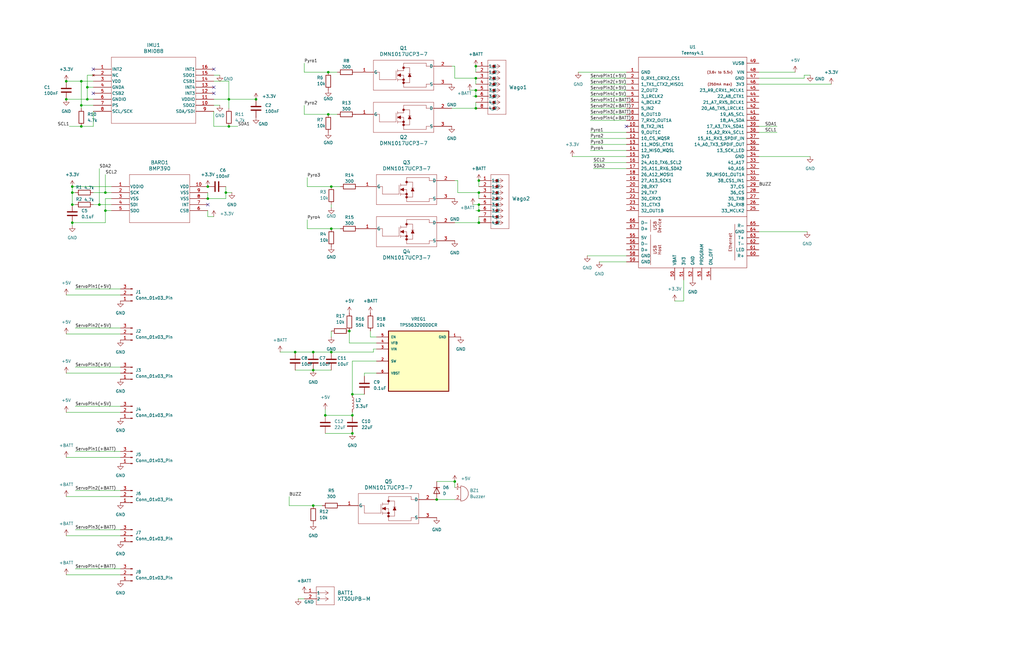
<source format=kicad_sch>
(kicad_sch (version 20250114) (generator "eeschema") (generator_version "9.0")
  (paper "B")
  (junction (at 201.93 93.98))
  (junction (at 201.93 81.28))
  (junction (at 200.66 40.64))
  (junction (at 184.15 210.82))
  (junction (at 27.94 41.91))
  (junction (at 87.63 83.82))
  (junction (at 191.77 203.2))
  (junction (at 30.48 78.74))
  (junction (at 27.94 34.29))
  (junction (at 138.43 30.48))
  (junction (at 200.66 33.02))
  (junction (at 148.59 175.26))
  (junction (at 139.7 96.52))
  (junction (at 139.7 78.74))
  (junction (at 96.52 41.91))
  (junction (at 201.93 88.9))
  (junction (at 96.52 53.34))
  (junction (at 132.08 156.21))
  (junction (at 34.29 44.45))
  (junction (at 201.93 86.36))
  (junction (at 147.32 139.7))
  (junction (at 200.66 27.94))
  (junction (at 132.08 213.36))
  (junction (at 30.48 81.28))
  (junction (at 87.63 78.74))
  (junction (at 41.91 86.36))
  (junction (at 30.48 93.98))
  (junction (at 124.46 148.59))
  (junction (at 148.59 182.88))
  (junction (at 36.83 41.91))
  (junction (at 138.43 48.26))
  (junction (at 200.66 45.72))
  (junction (at 148.59 166.37))
  (junction (at 200.66 38.1))
  (junction (at 137.16 175.26))
  (junction (at 36.83 36.83))
  (junction (at 132.08 148.59))
  (junction (at 44.45 88.9))
  (junction (at 34.29 34.29))
  (junction (at 139.7 148.59))
  (junction (at 44.45 81.28))
  (junction (at 34.29 53.34))
  (junction (at 107.95 41.91))
  (junction (at 30.48 86.36))
  (junction (at 95.25 81.28))
  (junction (at 201.93 76.2))
  (no_connect (at 90.17 29.21))
  (no_connect (at 39.37 39.37))
  (no_connect (at 39.37 29.21))
  (no_connect (at 87.63 86.36))
  (no_connect (at 90.17 39.37))
  (no_connect (at 90.17 36.83))
  (no_connect (at 264.16 53.34))
  (wire (pts (xy 327.66 53.34) (xy 320.04 53.34)))
  (wire (pts (xy 30.48 95.25) (xy 30.48 93.98)))
  (wire (pts (xy 27.94 124.46) (xy 50.8 124.46)))
  (wire (pts (xy 248.92 58.42) (xy 264.16 58.42)))
  (wire (pts (xy 339.09 31.75) (xy 341.63 31.75)))
  (wire (pts (xy 191.77 93.98) (xy 201.93 93.98)))
  (wire (pts (xy 46.99 83.82) (xy 44.45 83.82)))
  (wire (pts (xy 201.93 91.44) (xy 201.93 93.98)))
  (wire (pts (xy 190.5 45.72) (xy 200.66 45.72)))
  (wire (pts (xy 132.08 156.21) (xy 139.7 156.21)))
  (wire (pts (xy 157.48 147.32) (xy 158.75 147.32)))
  (wire (pts (xy 90.17 41.91) (xy 96.52 41.91)))
  (wire (pts (xy 95.25 83.82) (xy 87.63 83.82)))
  (wire (pts (xy 27.94 34.29) (xy 34.29 34.29)))
  (wire (pts (xy 148.59 166.37) (xy 153.67 166.37)))
  (wire (pts (xy 31.75 171.45) (xy 50.8 171.45)))
  (wire (pts (xy 191.77 203.2) (xy 191.77 205.74)))
  (wire (pts (xy 339.09 33.02) (xy 320.04 33.02)))
  (wire (pts (xy 250.19 71.12) (xy 264.16 71.12)))
  (wire (pts (xy 320.04 55.88) (xy 327.66 55.88)))
  (wire (pts (xy 199.39 40.64) (xy 200.66 40.64)))
  (wire (pts (xy 200.66 27.94) (xy 200.66 30.48)))
  (wire (pts (xy 121.92 213.36) (xy 132.08 213.36)))
  (wire (pts (xy 31.75 190.5) (xy 50.8 190.5)))
  (wire (pts (xy 248.92 50.8) (xy 264.16 50.8)))
  (wire (pts (xy 128.27 30.48) (xy 138.43 30.48)))
  (wire (pts (xy 128.27 48.26) (xy 138.43 48.26)))
  (wire (pts (xy 31.75 154.94) (xy 50.8 154.94)))
  (wire (pts (xy 200.66 88.9) (xy 201.93 88.9)))
  (wire (pts (xy 201.93 86.36) (xy 201.93 88.9)))
  (wire (pts (xy 288.29 127) (xy 284.48 127)))
  (wire (pts (xy 118.11 148.59) (xy 124.46 148.59)))
  (wire (pts (xy 129.54 96.52) (xy 139.7 96.52)))
  (wire (pts (xy 128.27 26.67) (xy 128.27 30.48)))
  (wire (pts (xy 41.91 86.36) (xy 41.91 71.12)))
  (wire (pts (xy 96.52 41.91) (xy 107.95 41.91)))
  (wire (pts (xy 252.73 110.49) (xy 264.16 110.49)))
  (wire (pts (xy 248.92 55.88) (xy 264.16 55.88)))
  (wire (pts (xy 121.92 209.55) (xy 121.92 213.36)))
  (wire (pts (xy 95.25 81.28) (xy 95.25 83.82)))
  (wire (pts (xy 138.43 48.26) (xy 142.24 48.26)))
  (wire (pts (xy 27.94 193.04) (xy 50.8 193.04)))
  (wire (pts (xy 39.37 81.28) (xy 44.45 81.28)))
  (wire (pts (xy 248.92 63.5) (xy 264.16 63.5)))
  (wire (pts (xy 29.21 53.34) (xy 34.29 53.34)))
  (wire (pts (xy 27.94 226.06) (xy 50.8 226.06)))
  (wire (pts (xy 31.75 138.43) (xy 50.8 138.43)))
  (wire (pts (xy 90.17 91.44) (xy 87.63 91.44)))
  (wire (pts (xy 200.66 38.1) (xy 200.66 40.64)))
  (wire (pts (xy 201.93 81.28) (xy 201.93 83.82)))
  (wire (pts (xy 132.08 148.59) (xy 139.7 148.59)))
  (wire (pts (xy 36.83 36.83) (xy 39.37 36.83)))
  (wire (pts (xy 34.29 45.72) (xy 34.29 44.45)))
  (wire (pts (xy 320.04 97.79) (xy 340.36 97.79)))
  (wire (pts (xy 44.45 81.28) (xy 46.99 81.28)))
  (wire (pts (xy 191.77 76.2) (xy 193.04 76.2)))
  (wire (pts (xy 199.39 86.36) (xy 201.93 86.36)))
  (wire (pts (xy 193.04 81.28) (xy 201.93 81.28)))
  (wire (pts (xy 193.04 76.2) (xy 193.04 81.28)))
  (wire (pts (xy 248.92 45.72) (xy 264.16 45.72)))
  (wire (pts (xy 39.37 86.36) (xy 41.91 86.36)))
  (wire (pts (xy 156.21 142.24) (xy 156.21 139.7)))
  (wire (pts (xy 184.15 210.82) (xy 191.77 210.82)))
  (wire (pts (xy 139.7 96.52) (xy 143.51 96.52)))
  (wire (pts (xy 243.84 30.48) (xy 264.16 30.48)))
  (wire (pts (xy 34.29 53.34) (xy 39.37 53.34)))
  (wire (pts (xy 320.04 66.04) (xy 341.63 66.04)))
  (wire (pts (xy 320.04 35.56) (xy 350.52 35.56)))
  (wire (pts (xy 200.66 33.02) (xy 200.66 35.56)))
  (wire (pts (xy 27.94 173.99) (xy 50.8 173.99)))
  (wire (pts (xy 148.59 175.26) (xy 137.16 175.26)))
  (wire (pts (xy 44.45 88.9) (xy 46.99 88.9)))
  (wire (pts (xy 96.52 53.34) (xy 100.33 53.34)))
  (wire (pts (xy 124.46 156.21) (xy 132.08 156.21)))
  (wire (pts (xy 139.7 142.24) (xy 139.7 139.7)))
  (wire (pts (xy 158.75 152.4) (xy 148.59 152.4)))
  (wire (pts (xy 96.52 34.29) (xy 90.17 34.29)))
  (wire (pts (xy 30.48 78.74) (xy 30.48 81.28)))
  (wire (pts (xy 27.94 157.48) (xy 50.8 157.48)))
  (wire (pts (xy 27.94 242.57) (xy 50.8 242.57)))
  (wire (pts (xy 339.09 31.75) (xy 339.09 33.02)))
  (wire (pts (xy 190.5 27.94) (xy 191.77 27.94)))
  (wire (pts (xy 147.32 144.78) (xy 147.32 139.7)))
  (wire (pts (xy 36.83 36.83) (xy 36.83 41.91)))
  (wire (pts (xy 39.37 53.34) (xy 39.37 46.99)))
  (wire (pts (xy 241.3 66.04) (xy 264.16 66.04)))
  (wire (pts (xy 95.25 78.74) (xy 95.25 81.28)))
  (wire (pts (xy 137.16 182.88) (xy 148.59 182.88)))
  (wire (pts (xy 31.75 223.52) (xy 50.8 223.52)))
  (wire (pts (xy 148.59 152.4) (xy 148.59 166.37)))
  (wire (pts (xy 129.54 78.74) (xy 139.7 78.74)))
  (wire (pts (xy 36.83 31.75) (xy 36.83 36.83)))
  (wire (pts (xy 248.92 35.56) (xy 264.16 35.56)))
  (wire (pts (xy 30.48 86.36) (xy 31.75 86.36)))
  (wire (pts (xy 248.92 48.26) (xy 264.16 48.26)))
  (wire (pts (xy 248.92 60.96) (xy 264.16 60.96)))
  (wire (pts (xy 87.63 91.44) (xy 87.63 88.9)))
  (wire (pts (xy 92.71 44.45) (xy 90.17 44.45)))
  (wire (pts (xy 200.66 43.18) (xy 200.66 45.72)))
  (wire (pts (xy 129.54 74.93) (xy 129.54 78.74)))
  (wire (pts (xy 248.92 43.18) (xy 264.16 43.18)))
  (wire (pts (xy 158.75 142.24) (xy 156.21 142.24)))
  (wire (pts (xy 248.92 33.02) (xy 264.16 33.02)))
  (wire (pts (xy 132.08 213.36) (xy 135.89 213.36)))
  (wire (pts (xy 124.46 148.59) (xy 132.08 148.59)))
  (wire (pts (xy 158.75 144.78) (xy 147.32 144.78)))
  (wire (pts (xy 138.43 30.48) (xy 142.24 30.48)))
  (wire (pts (xy 44.45 88.9) (xy 44.45 93.98)))
  (wire (pts (xy 31.75 240.03) (xy 50.8 240.03)))
  (wire (pts (xy 191.77 33.02) (xy 200.66 33.02)))
  (wire (pts (xy 139.7 78.74) (xy 143.51 78.74)))
  (wire (pts (xy 90.17 31.75) (xy 92.71 31.75)))
  (wire (pts (xy 248.92 40.64) (xy 264.16 40.64)))
  (wire (pts (xy 44.45 93.98) (xy 30.48 93.98)))
  (wire (pts (xy 96.52 45.72) (xy 96.52 41.91)))
  (wire (pts (xy 157.48 148.59) (xy 139.7 148.59)))
  (wire (pts (xy 250.19 68.58) (xy 264.16 68.58)))
  (wire (pts (xy 129.54 92.71) (xy 129.54 96.52)))
  (wire (pts (xy 198.12 38.1) (xy 200.66 38.1)))
  (wire (pts (xy 34.29 44.45) (xy 39.37 44.45)))
  (wire (pts (xy 30.48 81.28) (xy 31.75 81.28)))
  (wire (pts (xy 34.29 34.29) (xy 39.37 34.29)))
  (wire (pts (xy 153.67 157.48) (xy 153.67 158.75)))
  (wire (pts (xy 97.79 81.28) (xy 95.25 81.28)))
  (wire (pts (xy 31.75 207.01) (xy 50.8 207.01)))
  (wire (pts (xy 31.75 121.92) (xy 50.8 121.92)))
  (wire (pts (xy 87.63 81.28) (xy 87.63 83.82)))
  (wire (pts (xy 157.48 147.32) (xy 157.48 148.59)))
  (wire (pts (xy 288.29 118.11) (xy 288.29 127)))
  (wire (pts (xy 248.92 38.1) (xy 264.16 38.1)))
  (wire (pts (xy 41.91 86.36) (xy 46.99 86.36)))
  (wire (pts (xy 201.93 76.2) (xy 201.93 78.74)))
  (wire (pts (xy 125.73 252.73) (xy 128.27 252.73)))
  (wire (pts (xy 139.7 87.63) (xy 139.7 86.36)))
  (wire (pts (xy 90.17 53.34) (xy 90.17 46.99)))
  (wire (pts (xy 27.94 209.55) (xy 50.8 209.55)))
  (wire (pts (xy 96.52 34.29) (xy 96.52 41.91)))
  (wire (pts (xy 46.99 78.74) (xy 30.48 78.74)))
  (wire (pts (xy 128.27 44.45) (xy 128.27 48.26)))
  (wire (pts (xy 44.45 73.66) (xy 44.45 81.28)))
  (wire (pts (xy 39.37 31.75) (xy 36.83 31.75)))
  (wire (pts (xy 137.16 175.26) (xy 137.16 172.72)))
  (wire (pts (xy 27.94 140.97) (xy 50.8 140.97)))
  (wire (pts (xy 44.45 83.82) (xy 44.45 88.9)))
  (wire (pts (xy 247.65 107.95) (xy 264.16 107.95)))
  (wire (pts (xy 27.94 41.91) (xy 36.83 41.91)))
  (wire (pts (xy 90.17 53.34) (xy 96.52 53.34)))
  (wire (pts (xy 184.15 203.2) (xy 191.77 203.2)))
  (wire (pts (xy 34.29 44.45) (xy 34.29 34.29)))
  (wire (pts (xy 153.67 157.48) (xy 158.75 157.48)))
  (wire (pts (xy 36.83 41.91) (xy 39.37 41.91)))
  (wire (pts (xy 148.59 175.26) (xy 148.59 173.99)))
  (wire (pts (xy 191.77 27.94) (xy 191.77 33.02)))
  (wire (pts (xy 30.48 81.28) (xy 30.48 86.36)))
  (wire (pts (xy 320.04 30.48) (xy 335.28 30.48)))
  (label "ServoPin1(+5V)" (at 248.92 33.02 0))
  (label "ServoPin4(+BATT)" (at 31.75 240.03 0))
  (label "SDA2" (at 41.91 71.12 0))
  (label "Pyro4" (at 129.54 92.71 0))
  (label "ServoPin4(+BATT)" (at 248.92 50.8 0))
  (label "ServoPin4(+5V)" (at 31.75 171.45 0))
  (label "ServoPin1(+BATT)" (at 248.92 43.18 0))
  (label "SDA1" (at 100.33 53.34 0))
  (label "Pyro4" (at 248.92 63.5 0))
  (label "SCL1" (at 322.58 55.88 0))
  (label "ServoPin2(+5V)" (at 248.92 35.56 0))
  (label "SDA2" (at 250.19 71.12 0))
  (label "ServoPin2(+BATT)" (at 248.92 45.72 0))
  (label "SDA1" (at 322.58 53.34 0))
  (label "Pyro2" (at 128.27 44.45 0))
  (label "SCL2" (at 44.45 73.66 0))
  (label "Pyro1" (at 128.27 26.67 0))
  (label "ServoPin4(+5V)" (at 248.92 40.64 0))
  (label "BUZZ" (at 320.04 78.74 0))
  (label "ServoPin3(+BATT)" (at 31.75 223.52 0))
  (label "ServoPin3(+5V)" (at 248.92 38.1 0))
  (label "Pyro3" (at 248.92 60.96 0))
  (label "SCL1" (at 29.21 53.34 180))
  (label "ServoPin2(+BATT)" (at 31.75 207.01 0))
  (label "ServoPin1(+5V)" (at 31.75 121.92 0))
  (label "BUZZ" (at 121.92 209.55 0))
  (label "ServoPin3(+BATT)" (at 248.92 48.26 0))
  (label "ServoPin1(+BATT)" (at 31.75 190.5 0))
  (label "Pyro1" (at 248.92 55.88 0))
  (label "Pyro3" (at 129.54 74.93 0))
  (label "ServoPin2(+5V)" (at 31.75 138.43 0))
  (label "SCL2" (at 250.19 68.58 0))
  (label "Pyro2" (at 248.92 58.42 0))
  (label "ServoPin3(+5V)" (at 31.75 154.94 0))
  (symbol (lib_id "Mosfet:DMN1017UCP3-7") (at 149.86 30.48 0) (unit 1)
    (property "Reference" "Q1" (at 170.18 20.32 0) (effects (font (size 1.524 1.524))))
    (property "Value" "DMN1017UCP3-7" (at 170.18 22.86 0) (effects (font (size 1.524 1.524))))
    (property "Footprint" "mosfet dmn:X3-DSN1010-3_DIO" (effects (hide yes)))
    (property "Datasheet" "DMN1017UCP3-7" (effects (hide yes)))
  )
  (symbol (lib_id "power:GND") (at 27.94 41.91 0) (unit 1)
    (property "Reference" "#PWR08" (effects (hide yes)))
    (property "Value" "GND" (at 27.94 46.99 0))
    (property "Description" "Power symbol creates a global label with name \"GND\" , ground" (effects (hide yes)))
  )
  (symbol (lib_id "TPS563200DDCR:TPS563200DDCR") (at 176.53 152.4 0) (unit 1)
    (property "Reference" "VREG1" (at 176.53 134.62 0))
    (property "Value" "TPS563200DDCR" (at 176.53 137.16 0))
    (property "Footprint" "TPS563200DDCR:TPS563200DDCR" (effects (hide yes)))
  )
  (symbol (lib_id "Device:R") (at 138.43 52.07 0) (unit 1)
    (property "Reference" "R7" (at 133.604 50.546 0) (effects (justify left)))
    (property "Value" "10k" (at 133.604 53.086 0) (effects (justify left)))
    (property "Footprint" "Resistor_SMD:R_0805_2012Metric" (effects (hide yes)))
    (property "Description" "Resistor" (effects (hide yes)))
  )
  (symbol (lib_id "Device:R") (at 138.43 34.29 0) (unit 1)
    (property "Reference" "R6" (at 133.604 32.766 0) (effects (justify left)))
    (property "Value" "10k" (at 133.604 35.306 0) (effects (justify left)))
    (property "Footprint" "Resistor_SMD:R_0805_2012Metric" (effects (hide yes)))
    (property "Description" "Resistor" (effects (hide yes)))
  )
  (symbol (lib_id "Device:R") (at 132.08 217.17 0) (unit 1)
    (property "Reference" "R12" (at 134.62 215.8999 0) (effects (justify left)))
    (property "Value" "10k" (at 134.62 218.4399 0) (effects (justify left)))
    (property "Footprint" "Resistor_SMD:R_0805_2012Metric" (effects (hide yes)))
    (property "Description" "Resistor" (effects (hide yes)))
  )
  (symbol (lib_id "Device:R") (at 147.32 135.89 180) (unit 1)
    (property "Reference" "R16" (at 149.86 134.6199 0) (effects (justify right)))
    (property "Value" "55k" (at 149.86 137.1599 0) (effects (justify right)))
    (property "Footprint" "Resistor_SMD:R_0805_2012Metric" (effects (hide yes)))
    (property "Description" "Resistor" (effects (hide yes)))
  )
  (symbol (lib_id "power:+BATT") (at 156.21 132.08 0) (unit 1)
    (property "Reference" "#PWR032" (effects (hide yes)))
    (property "Value" "+BATT" (at 156.21 127 0))
    (property "Description" "Power symbol creates a global label with name \"+BATT\"" (effects (hide yes)))
  )
  (symbol (lib_id "Device:C") (at 91.44 78.74 270) (unit 1)
    (property "Reference" "C6" (at 93.98 71.882 90))
    (property "Value" "100nF" (at 93.98 74.422 90))
    (property "Footprint" "Capacitor_SMD:C_0805_2012Metric" (effects (hide yes)))
    (property "Description" "Unpolarized capacitor" (effects (hide yes)))
  )
  (symbol (lib_id "BMP390:BMP390") (at 46.99 78.74 0) (unit 1)
    (property "Reference" "BARO1" (at 67.31 68.58 0) (effects (font (size 1.524 1.524))))
    (property "Value" "BMP390" (at 67.31 71.12 0) (effects (font (size 1.524 1.524))))
    (property "Footprint" "BMP390:10LGA_2X2X0p75_BOS" (effects (hide yes)))
    (property "Datasheet" "BMP390" (effects (hide yes)))
  )
  (symbol (lib_id "power:GND") (at 50.8 160.02 0) (unit 1)
    (property "Reference" "#PWR076" (effects (hide yes)))
    (property "Value" "GND" (at 50.8 165.1 0))
    (property "Description" "Power symbol creates a global label with name \"GND\" , ground" (effects (hide yes)))
  )
  (symbol (lib_id "power:+BATT") (at 200.66 27.94 0) (unit 1)
    (property "Reference" "#PWR025" (effects (hide yes)))
    (property "Value" "+BATT" (at 200.66 22.86 0))
    (property "Description" "Power symbol creates a global label with name \"+BATT\"" (effects (hide yes)))
  )
  (symbol (lib_id "power:GND") (at 191.77 101.6 0) (unit 1)
    (property "Reference" "#PWR020" (effects (hide yes)))
    (property "Value" "GND" (at 191.77 106.68 0))
    (property "Description" "Power symbol creates a global label with name \"GND\" , ground" (effects (hide yes)))
  )
  (symbol (lib_id "Connector:Conn_01x03_Pin") (at 55.88 124.46 180) (unit 1)
    (property "Reference" "J1" (at 57.15 123.1899 0) (effects (justify right)))
    (property "Value" "Conn_01x03_Pin" (at 57.15 125.7299 0) (effects (justify right)))
    (property "Footprint" "Connector_PinHeader_2.54mm:PinHeader_1x03_P2.54mm_Vertical" (effects (hide yes)))
    (property "Description" "Generic connector, single row, 01x03, script generated" (effects (hide yes)))
  )
  (symbol (lib_id "power:GND") (at 252.73 110.49 0) (unit 1)
    (property "Reference" "#PWR059" (effects (hide yes)))
    (property "Value" "GND" (at 252.73 115.57 0))
    (property "Description" "Power symbol creates a global label with name \"GND\" , ground" (effects (hide yes)))
  )
  (symbol (lib_id "power:GND") (at 50.8 195.58 0) (unit 1)
    (property "Reference" "#PWR082" (effects (hide yes)))
    (property "Value" "GND" (at 50.8 200.66 0))
    (property "Description" "Power symbol creates a global label with name \"GND\" , ground" (effects (hide yes)))
  )
  (symbol (lib_id "power:+3.3V") (at 107.95 41.91 0) (unit 1)
    (property "Reference" "#PWR023" (effects (hide yes)))
    (property "Value" "+3.3V" (at 110.49 40.6399 0) (effects (justify left)))
    (property "Description" "Power symbol creates a global label with name \"+3.3V\"" (effects (hide yes)))
  )
  (symbol (lib_id "Device:C") (at 148.59 179.07 180) (unit 1)
    (property "Reference" "C10" (at 152.4 177.7999 0) (effects (justify right)))
    (property "Value" "22uF" (at 152.4 180.3399 0) (effects (justify right)))
    (property "Footprint" "Capacitor_SMD:C_0805_2012Metric" (effects (hide yes)))
    (property "Description" "Unpolarized capacitor" (effects (hide yes)))
  )
  (symbol (lib_id "power:GND") (at 139.7 87.63 0) (unit 1)
    (property "Reference" "#PWR017" (effects (hide yes)))
    (property "Value" "GND" (at 139.7 91.186 0))
    (property "Description" "Power symbol creates a global label with name \"GND\" , ground" (effects (hide yes)))
  )
  (symbol (lib_id "power:GND") (at 243.84 30.48 0) (unit 1)
    (property "Reference" "#PWR050" (effects (hide yes)))
    (property "Value" "GND" (at 243.84 35.56 0))
    (property "Description" "Power symbol creates a global label with name \"GND\" , ground" (effects (hide yes)))
  )
  (symbol (lib_id "power:GND") (at 50.8 245.11 0) (unit 1)
    (property "Reference" "#PWR085" (effects (hide yes)))
    (property "Value" "GND" (at 50.8 250.19 0))
    (property "Description" "Power symbol creates a global label with name \"GND\" , ground" (effects (hide yes)))
  )
  (symbol (lib_id "power:GND") (at 191.77 83.82 0) (unit 1)
    (property "Reference" "#PWR019" (effects (hide yes)))
    (property "Value" "GND" (at 191.77 92.456 0))
    (property "Description" "Power symbol creates a global label with name \"GND\" , ground" (effects (hide yes)))
  )
  (symbol (lib_id "Mosfet:DMN1017UCP3-7") (at 151.13 96.52 0) (unit 1)
    (property "Reference" "Q4" (at 171.45 106.172 0) (effects (font (size 1.524 1.524))))
    (property "Value" "DMN1017UCP3-7" (at 171.45 108.712 0) (effects (font (size 1.524 1.524))))
    (property "Footprint" "mosfet dmn:X3-DSN1010-3_DIO" (effects (hide yes)))
    (property "Datasheet" "DMN1017UCP3-7" (effects (hide yes)))
  )
  (symbol (lib_id "Connector:Conn_01x03_Pin") (at 55.88 140.97 180) (unit 1)
    (property "Reference" "J2" (at 57.15 139.6999 0) (effects (justify right)))
    (property "Value" "Conn_01x03_Pin" (at 57.15 142.2399 0) (effects (justify right)))
    (property "Footprint" "Connector_PinHeader_2.54mm:PinHeader_1x03_P2.54mm_Vertical" (effects (hide yes)))
    (property "Description" "Generic connector, single row, 01x03, script generated" (effects (hide yes)))
  )
  (symbol (lib_id "Connector:Conn_01x03_Pin") (at 55.88 226.06 180) (unit 1)
    (property "Reference" "J7" (at 57.15 224.7899 0) (effects (justify right)))
    (property "Value" "Conn_01x03_Pin" (at 57.15 227.3299 0) (effects (justify right)))
    (property "Footprint" "Connector_PinHeader_2.54mm:PinHeader_1x03_P2.54mm_Vertical" (effects (hide yes)))
    (property "Description" "Generic connector, single row, 01x03, script generated" (effects (hide yes)))
  )
  (symbol (lib_id "Device:R") (at 147.32 96.52 90) (unit 1)
    (property "Reference" "R15" (at 147.32 91.694 90))
    (property "Value" "300" (at 147.32 94.234 90))
    (property "Footprint" "Resistor_SMD:R_0805_2012Metric" (effects (hide yes)))
    (property "Description" "Resistor" (effects (hide yes)))
  )
  (symbol (lib_id "teensy:Teensy4.1") (at 292.1 85.09 0) (unit 1)
    (property "Reference" "U1" (at 292.1 19.812 0))
    (property "Value" "Teensy4.1" (at 292.1 22.352 0))
    (property "Footprint" "teensy.pretty-master:Teensy41" (effects (hide yes)))
  )
  (symbol (lib_id "power:GND") (at 194.31 142.24 0) (unit 1)
    (property "Reference" "#PWR026" (effects (hide yes)))
    (property "Value" "GND" (at 194.31 147.32 0))
    (property "Description" "Power symbol creates a global label with name \"GND\" , ground" (effects (hide yes)))
  )
  (symbol (lib_id "power:GND") (at 139.7 104.14 0) (unit 1)
    (property "Reference" "#PWR018" (effects (hide yes)))
    (property "Value" "GND" (at 139.7 108.458 0))
    (property "Description" "Power symbol creates a global label with name \"GND\" , ground" (effects (hide yes)))
  )
  (symbol (lib_id "power:GND") (at 50.8 143.51 0) (unit 1)
    (property "Reference" "#PWR073" (effects (hide yes)))
    (property "Value" "GND" (at 50.8 148.59 0))
    (property "Description" "Power symbol creates a global label with name \"GND\" , ground" (effects (hide yes)))
  )
  (symbol (lib_id "Device:R") (at 146.05 48.26 90) (unit 1)
    (property "Reference" "R13" (at 146.05 43.434 90))
    (property "Value" "300" (at 146.05 45.974 90))
    (property "Footprint" "Resistor_SMD:R_0805_2012Metric" (effects (hide yes)))
    (property "Description" "Resistor" (effects (hide yes)))
  )
  (symbol (lib_id "power:GND") (at 247.65 107.95 0) (unit 1)
    (property "Reference" "#PWR058" (effects (hide yes)))
    (property "Value" "GND" (at 247.65 113.03 0))
    (property "Description" "Power symbol creates a global label with name \"GND\" , ground" (effects (hide yes)))
  )
  (symbol (lib_id "power:GND") (at 190.5 53.34 0) (unit 1)
    (property "Reference" "#PWR014" (effects (hide yes)))
    (property "Value" "GND" (at 190.5 58.42 0))
    (property "Description" "Power symbol creates a global label with name \"GND\" , ground" (effects (hide yes)))
  )
  (symbol (lib_id "Connector:Conn_01x03_Pin") (at 55.88 173.99 180) (unit 1)
    (property "Reference" "J4" (at 57.15 172.7199 0) (effects (justify right)))
    (property "Value" "Conn_01x03_Pin" (at 57.15 175.2599 0) (effects (justify right)))
    (property "Footprint" "Connector_PinHeader_2.54mm:PinHeader_1x03_P2.54mm_Vertical" (effects (hide yes)))
    (property "Description" "Generic connector, single row, 01x03, script generated" (effects (hide yes)))
  )
  (symbol (lib_id "power:+5V") (at 27.94 242.57 0) (unit 1)
    (property "Reference" "#PWR081" (effects (hide yes)))
    (property "Value" "+BATT" (at 27.94 237.49 0))
    (property "Description" "Power symbol creates a global label with name \"+5V\"" (effects (hide yes)))
  )
  (symbol (lib_id "power:+3.3V") (at 90.17 91.44 0) (unit 1)
    (property "Reference" "#PWR09" (effects (hide yes)))
    (property "Value" "+3.3V" (at 92.71 90.1699 0) (effects (justify left)))
    (property "Description" "Power symbol creates a global label with name \"+3.3V\"" (effects (hide yes)))
  )
  (symbol (lib_id "Device:Buzzer") (at 194.31 208.28 0) (unit 1)
    (property "Reference" "BZ1" (at 198.12 207.0099 0) (effects (justify left)))
    (property "Value" "Buzzer" (at 198.12 209.5499 0) (effects (justify left)))
    (property "Footprint" "rando buzza bruh skibbity buh its 1215 i wanna sleeeeppp:CEM-1206S_CUD" (effects (hide yes)))
    (property "Description" "Buzzer, polarized" (effects (hide yes)))
  )
  (symbol (lib_id "power:GND") (at 184.15 218.44 0) (unit 1)
    (property "Reference" "#PWR067" (effects (hide yes)))
    (property "Value" "GND" (at 184.15 223.52 0))
    (property "Description" "Power symbol creates a global label with name \"GND\" , ground" (effects (hide yes)))
  )
  (symbol (lib_id "power:GND") (at 125.73 252.73 0) (unit 1)
    (property "Reference" "#PWR040" (effects (hide yes)))
    (property "Value" "GND" (at 128.27 253.9999 0) (effects (justify left)))
    (property "Description" "Power symbol creates a global label with name \"GND\" , ground" (effects (hide yes)))
  )
  (symbol (lib_id "power:GND") (at 132.08 220.98 0) (unit 1)
    (property "Reference" "#PWR04" (effects (hide yes)))
    (property "Value" "GND" (at 132.08 226.06 0))
    (property "Description" "Power symbol creates a global label with name \"GND\" , ground" (effects (hide yes)))
  )
  (symbol (lib_id "power:+5V") (at 27.94 193.04 0) (unit 1)
    (property "Reference" "#PWR078" (effects (hide yes)))
    (property "Value" "+BATT" (at 27.94 187.96 0))
    (property "Description" "Power symbol creates a global label with name \"+5V\"" (effects (hide yes)))
  )
  (symbol (lib_id "Device:R") (at 139.7 100.33 0) (unit 1)
    (property "Reference" "R4" (at 134.874 98.806 0) (effects (justify left)))
    (property "Value" "10k" (at 134.874 101.346 0) (effects (justify left)))
    (property "Footprint" "Resistor_SMD:R_0805_2012Metric" (effects (hide yes)))
    (property "Description" "Resistor" (effects (hide yes)))
  )
  (symbol (lib_id "Mosfet:DMN1017UCP3-7") (at 151.13 78.74 0) (unit 1)
    (property "Reference" "Q3" (at 171.45 68.58 0) (effects (font (size 1.524 1.524))))
    (property "Value" "DMN1017UCP3-7" (at 171.45 71.12 0) (effects (font (size 1.524 1.524))))
    (property "Footprint" "mosfet dmn:X3-DSN1010-3_DIO" (effects (hide yes)))
    (property "Datasheet" "DMN1017UCP3-7" (effects (hide yes)))
  )
  (symbol (lib_id "power:+3.3V") (at 87.63 78.74 0) (unit 1)
    (property "Reference" "#PWR015" (effects (hide yes)))
    (property "Value" "+3.3V" (at 87.63 73.66 0))
    (property "Description" "Power symbol creates a global label with name \"+3.3V\"" (effects (hide yes)))
  )
  (symbol (lib_id "power:GND") (at 97.79 81.28 0) (unit 1)
    (property "Reference" "#PWR030" (effects (hide yes)))
    (property "Value" "GND" (at 97.79 86.36 0))
    (property "Description" "Power symbol creates a global label with name \"GND\" , ground" (effects (hide yes)))
  )
  (symbol (lib_id "Device:L") (at 148.59 170.18 0) (unit 1)
    (property "Reference" "L2" (at 149.86 168.9099 0) (effects (justify left)))
    (property "Value" "3.3uF" (at 149.86 171.4499 0) (effects (justify left)))
    (property "Footprint" "rando L:IND_NRS5030_TAY" (effects (hide yes)))
    (property "Description" "Inductor" (effects (hide yes)))
  )
  (symbol (lib_id "Device:C") (at 30.48 90.17 0) (unit 1)
    (property "Reference" "C5" (at 34.29 88.8999 0) (effects (justify left)))
    (property "Value" "0.1uF" (at 34.29 91.4399 0) (effects (justify left)))
    (property "Footprint" "Capacitor_SMD:C_0805_2012Metric" (effects (hide yes)))
    (property "Description" "Unpolarized capacitor" (effects (hide yes)))
  )
  (symbol (lib_id "power:+5V") (at 27.94 173.99 0) (unit 1)
    (property "Reference" "#PWR075" (effects (hide yes)))
    (property "Value" "+5V" (at 27.94 168.91 0))
    (property "Description" "Power symbol creates a global label with name \"+5V\"" (effects (hide yes)))
  )
  (symbol (lib_id "Device:R") (at 34.29 49.53 0) (unit 1)
    (property "Reference" "R10" (at 36.83 48.2599 0) (effects (justify left)))
    (property "Value" "4.7k" (at 36.83 50.7999 0) (effects (justify left)))
    (property "Footprint" "Resistor_SMD:R_0805_2012Metric" (effects (hide yes)))
    (property "Description" "Resistor" (effects (hide yes)))
  )
  (symbol (lib_id "power:+BATT") (at 201.93 76.2 0) (unit 1)
    (property "Reference" "#PWR021" (effects (hide yes)))
    (property "Value" "+BATT" (at 201.93 71.12 0))
    (property "Description" "Power symbol creates a global label with name \"+BATT\"" (effects (hide yes)))
  )
  (symbol (lib_id "power:+5V") (at 27.94 157.48 0) (unit 1)
    (property "Reference" "#PWR074" (effects (hide yes)))
    (property "Value" "+5V" (at 27.94 152.4 0))
    (property "Description" "Power symbol creates a global label with name \"+5V\"" (effects (hide yes)))
  )
  (symbol (lib_id "Device:C") (at 139.7 152.4 0) (unit 1)
    (property "Reference" "C11" (at 142.24 151.13 0) (effects (justify left)))
    (property "Value" "10uF" (at 142.24 153.67 0) (effects (justify left)))
    (property "Footprint" "Capacitor_SMD:C_0805_2012Metric" (effects (hide yes)))
    (property "Description" "Unpolarized capacitor" (effects (hide yes)))
  )
  (symbol (lib_id "Device:R") (at 139.7 213.36 90) (unit 1)
    (property "Reference" "R5" (at 139.7 207.01 90))
    (property "Value" "300" (at 139.7 209.55 90))
    (property "Footprint" "Resistor_SMD:R_0805_2012Metric" (effects (hide yes)))
    (property "Description" "Resistor" (effects (hide yes)))
  )
  (symbol (lib_id "Device:R") (at 35.56 86.36 90) (unit 1)
    (property "Reference" "R2" (at 33.274 84.074 90))
    (property "Value" "4.7k" (at 37.592 84.328 90))
    (property "Footprint" "Resistor_SMD:R_0805_2012Metric" (effects (hide yes)))
    (property "Description" "Resistor" (effects (hide yes)))
  )
  (symbol (lib_id "xt30Conn:XT30UPB-M") (at 128.27 250.19 0) (unit 1)
    (property "Reference" "BATT1" (at 142.24 250.1899 0) (effects (font (size 1.524 1.524)) (justify left)))
    (property "Value" "XT30UPB-M" (at 142.24 252.7299 0) (effects (font (size 1.524 1.524)) (justify left)))
    (property "Footprint" "xt30:CONN_XT30UPB-M_AMA" (effects (hide yes)))
    (property "Datasheet" "XT30UPB-M" (effects (hide yes)))
  )
  (symbol (lib_id "power:GND") (at 148.59 182.88 0) (unit 1)
    (property "Reference" "#PWR034" (effects (hide yes)))
    (property "Value" "GND" (at 148.59 187.96 0))
    (property "Description" "Power symbol creates a global label with name \"GND\" , ground" (effects (hide yes)))
  )
  (symbol (lib_id "power:GND") (at 340.36 97.79 0) (unit 1)
    (property "Reference" "#PWR053" (effects (hide yes)))
    (property "Value" "GND" (at 340.36 102.87 0))
    (property "Description" "Power symbol creates a global label with name \"GND\" , ground" (effects (hide yes)))
  )
  (symbol (lib_id "power:GND") (at 92.71 31.75 0) (unit 1)
    (property "Reference" "#PWR01" (effects (hide yes)))
    (property "Value" "GND" (at 96.266 33.274 0))
    (property "Description" "Power symbol creates a global label with name \"GND\" , ground" (effects (hide yes)))
  )
  (symbol (lib_id "power:+5V") (at 27.94 226.06 0) (unit 1)
    (property "Reference" "#PWR080" (effects (hide yes)))
    (property "Value" "+BATT" (at 27.94 220.98 0))
    (property "Description" "Power symbol creates a global label with name \"+5V\"" (effects (hide yes)))
  )
  (symbol (lib_id "Device:R") (at 35.56 81.28 90) (unit 1)
    (property "Reference" "R1" (at 33.274 78.994 90))
    (property "Value" "4.7k" (at 37.592 79.248 90))
    (property "Footprint" "Resistor_SMD:R_0805_2012Metric" (effects (hide yes)))
    (property "Description" "Resistor" (effects (hide yes)))
  )
  (symbol (lib_id "Device:R") (at 156.21 135.89 0) (unit 1)
    (property "Reference" "R18" (at 158.75 134.6199 0) (effects (justify left)))
    (property "Value" "10k" (at 158.75 137.1599 0) (effects (justify left)))
    (property "Footprint" "Resistor_SMD:R_0805_2012Metric" (effects (hide yes)))
    (property "Description" "Resistor" (effects (hide yes)))
  )
  (symbol (lib_id "Device:C") (at 107.95 45.72 0) (unit 1)
    (property "Reference" "C2" (at 111.76 44.4499 0) (effects (justify left)))
    (property "Value" "100nF" (at 111.76 46.9899 0) (effects (justify left)))
    (property "Footprint" "Capacitor_SMD:C_0805_2012Metric" (effects (hide yes)))
    (property "Description" "Unpolarized capacitor" (effects (hide yes)))
  )
  (symbol (lib_id "power:GND") (at 341.63 66.04 0) (unit 1)
    (property "Reference" "#PWR052" (effects (hide yes)))
    (property "Value" "GND" (at 341.63 71.12 0))
    (property "Description" "Power symbol creates a global label with name \"GND\" , ground" (effects (hide yes)))
  )
  (symbol (lib_id "BMI088:BMI088") (at 39.37 29.21 0) (unit 1)
    (property "Reference" "IMU1" (at 64.77 19.05 0) (effects (font (size 1.524 1.524))))
    (property "Value" "BMI088" (at 64.77 21.59 0) (effects (font (size 1.524 1.524))))
    (property "Footprint" "BMI088:QFN_BMI085_BOS" (effects (hide yes)))
    (property "Datasheet" "BMI088" (effects (hide yes)))
  )
  (symbol (lib_id "smthing:2601-1104") (at 200.66 27.94 0) (unit 1)
    (property "Reference" "Wago1" (at 214.63 36.8299 0) (effects (font (size 1.524 1.524)) (justify left)))
    (property "Value" "2601-1104" (effects (hide yes)))
    (property "Footprint" "Wago conn x4:CONN4_2601-1104_WAG" (effects (hide yes)))
    (property "Datasheet" "2601-1104" (effects (hide yes)))
  )
  (symbol (lib_id "power:GND") (at 50.8 212.09 0) (unit 1)
    (property "Reference" "#PWR083" (effects (hide yes)))
    (property "Value" "GND" (at 50.8 217.17 0))
    (property "Description" "Power symbol creates a global label with name \"GND\" , ground" (effects (hide yes)))
  )
  (symbol (lib_id "power:GND") (at 50.8 176.53 0) (unit 1)
    (property "Reference" "#PWR077" (effects (hide yes)))
    (property "Value" "GND" (at 50.8 181.61 0))
    (property "Description" "Power symbol creates a global label with name \"GND\" , ground" (effects (hide yes)))
  )
  (symbol (lib_id "power:GND") (at 190.5 35.56 0) (unit 1)
    (property "Reference" "#PWR013" (effects (hide yes)))
    (property "Value" "GND" (at 190.5 44.196 0))
    (property "Description" "Power symbol creates a global label with name \"GND\" , ground" (effects (hide yes)))
  )
  (symbol (lib_id "power:GND") (at 138.43 38.1 0) (unit 1)
    (property "Reference" "#PWR010" (effects (hide yes)))
    (property "Value" "GND" (at 138.43 41.656 0))
    (property "Description" "Power symbol creates a global label with name \"GND\" , ground" (effects (hide yes)))
  )
  (symbol (lib_id "power:GND") (at 30.48 95.25 0) (unit 1)
    (property "Reference" "#PWR027" (effects (hide yes)))
    (property "Value" "GND" (at 30.48 100.33 0))
    (property "Description" "Power symbol creates a global label with name \"GND\" , ground" (effects (hide yes)))
  )
  (symbol (lib_id "power:GND") (at 50.8 228.6 0) (unit 1)
    (property "Reference" "#PWR084" (effects (hide yes)))
    (property "Value" "GND" (at 50.8 233.68 0))
    (property "Description" "Power symbol creates a global label with name \"GND\" , ground" (effects (hide yes)))
  )
  (symbol (lib_id "power:+3.3V") (at 30.48 78.74 0) (unit 1)
    (property "Reference" "#PWR024" (effects (hide yes)))
    (property "Value" "+3.3V" (at 30.48 73.66 0))
    (property "Description" "Power symbol creates a global label with name \"+3.3V\"" (effects (hide yes)))
  )
  (symbol (lib_id "Connector:Conn_01x03_Pin") (at 55.88 242.57 180) (unit 1)
    (property "Reference" "J8" (at 57.15 241.2999 0) (effects (justify right)))
    (property "Value" "Conn_01x03_Pin" (at 57.15 243.8399 0) (effects (justify right)))
    (property "Footprint" "Connector_PinHeader_2.54mm:PinHeader_1x03_P2.54mm_Vertical" (effects (hide yes)))
    (property "Description" "Generic connector, single row, 01x03, script generated" (effects (hide yes)))
  )
  (symbol (lib_id "Connector:Conn_01x03_Pin") (at 55.88 157.48 180) (unit 1)
    (property "Reference" "J3" (at 57.15 156.2099 0) (effects (justify right)))
    (property "Value" "Conn_01x03_Pin" (at 57.15 158.7499 0) (effects (justify right)))
    (property "Footprint" "Connector_PinHeader_2.54mm:PinHeader_1x03_P2.54mm_Vertical" (effects (hide yes)))
    (property "Description" "Generic connector, single row, 01x03, script generated" (effects (hide yes)))
  )
  (symbol (lib_id "power:GND") (at 139.7 142.24 0) (unit 1)
    (property "Reference" "#PWR035" (effects (hide yes)))
    (property "Value" "GND" (at 139.7 147.32 0))
    (property "Description" "Power symbol creates a global label with name \"GND\" , ground" (effects (hide yes)))
  )
  (symbol (lib_id "Device:D") (at 184.15 207.01 270) (unit 1)
    (property "Reference" "D6" (at 186.69 205.7399 90) (effects (justify left)))
    (property "Value" "D" (at 186.69 208.2799 90) (effects (justify left)))
    (property "Footprint" "Diode_SMD:D_0805_2012Metric" (effects (hide yes)))
    (property "Description" "Diode" (effects (hide yes)))
    (property "Sim.Device" "D" (effects (hide yes)))
    (property "Sim.Pins" "1=K 2=A" (effects (hide yes)))
  )
  (symbol (lib_id "power:+8V") (at 128.27 250.19 0) (unit 1)
    (property "Reference" "#PWR039" (effects (hide yes)))
    (property "Value" "+BATT" (at 128.27 245.11 0))
    (property "Description" "Power symbol creates a global label with name \"+8V\"" (effects (hide yes)))
  )
  (symbol (lib_id "Device:C") (at 124.46 152.4 0) (unit 1)
    (property "Reference" "C8" (at 127 151.13 0) (effects (justify left)))
    (property "Value" "10uF" (at 127 153.67 0) (effects (justify left)))
    (property "Footprint" "Capacitor_SMD:C_0805_2012Metric" (effects (hide yes)))
    (property "Description" "Unpolarized capacitor" (effects (hide yes)))
  )
  (symbol (lib_id "Device:C") (at 27.94 38.1 0) (unit 1)
    (property "Reference" "C1" (at 18.542 36.83 0) (effects (justify left)))
    (property "Value" "100nF" (at 18.542 39.37 0) (effects (justify left)))
    (property "Footprint" "Capacitor_SMD:C_0805_2012Metric" (effects (hide yes)))
    (property "Description" "Unpolarized capacitor" (effects (hide yes)))
  )
  (symbol (lib_id "power:+3.3V") (at 284.48 127 0) (unit 1)
    (property "Reference" "#PWR054" (effects (hide yes)))
    (property "Value" "+3.3V" (at 284.48 121.92 0))
    (property "Description" "Power symbol creates a global label with name \"+3.3V\"" (effects (hide yes)))
  )
  (symbol (lib_id "Device:C") (at 132.08 152.4 0) (unit 1)
    (property "Reference" "C7" (at 134.62 151.13 0) (effects (justify left)))
    (property "Value" "10uF" (at 134.62 153.67 0) (effects (justify left)))
    (property "Footprint" "Capacitor_SMD:C_0805_2012Metric" (effects (hide yes)))
    (property "Description" "Unpolarized capacitor" (effects (hide yes)))
  )
  (symbol (lib_id "power:GND") (at 132.08 156.21 0) (unit 1)
    (property "Reference" "#PWR031" (effects (hide yes)))
    (property "Value" "GND" (at 132.08 161.29 0))
    (property "Description" "Power symbol creates a global label with name \"GND\" , ground" (effects (hide yes)))
  )
  (symbol (lib_id "Device:R") (at 147.32 78.74 90) (unit 1)
    (property "Reference" "R14" (at 147.32 73.914 90))
    (property "Value" "300" (at 147.32 76.454 90))
    (property "Footprint" "Resistor_SMD:R_0805_2012Metric" (effects (hide yes)))
    (property "Description" "Resistor" (effects (hide yes)))
  )
  (symbol (lib_id "power:+5V") (at 27.94 209.55 0) (unit 1)
    (property "Reference" "#PWR079" (effects (hide yes)))
    (property "Value" "+BATT" (at 27.94 204.47 0))
    (property "Description" "Power symbol creates a global label with name \"+5V\"" (effects (hide yes)))
  )
  (symbol (lib_id "power:+BATT") (at 118.11 148.59 0) (unit 1)
    (property "Reference" "#PWR029" (effects (hide yes)))
    (property "Value" "+BATT" (at 118.11 143.51 0))
    (property "Description" "Power symbol creates a global label with name \"+BATT\"" (effects (hide yes)))
  )
  (symbol (lib_id "power:+5V") (at 137.16 172.72 0) (unit 1)
    (property "Reference" "#PWR033" (effects (hide yes)))
    (property "Value" "+5V" (at 137.16 167.64 0))
    (property "Description" "Power symbol creates a global label with name \"+5V\"" (effects (hide yes)))
  )
  (symbol (lib_id "power:+BATT") (at 199.39 86.36 0) (unit 1)
    (property "Reference" "#PWR022" (effects (hide yes)))
    (property "Value" "+BATT" (at 197.104 87.63 0))
    (property "Description" "Power symbol creates a global label with name \"+BATT\"" (effects (hide yes)))
  )
  (symbol (lib_id "power:+3.3V") (at 241.3 66.04 0) (unit 1)
    (property "Reference" "#PWR057" (effects (hide yes)))
    (property "Value" "+3.3V" (at 241.3 60.96 0))
    (property "Description" "Power symbol creates a global label with name \"+3.3V\"" (effects (hide yes)))
  )
  (symbol (lib_id "smthing:2601-1104") (at 201.93 76.2 0) (unit 1)
    (property "Reference" "Wago2" (at 215.9 83.8199 0) (effects (font (size 1.524 1.524)) (justify left)))
    (property "Value" "2601-1104" (effects (hide yes)))
    (property "Footprint" "Wago conn x4:CONN4_2601-1104_WAG" (effects (hide yes)))
    (property "Datasheet" "2601-1104" (effects (hide yes)))
  )
  (symbol (lib_id "power:+BATT") (at 198.12 38.1 0) (unit 1)
    (property "Reference" "#PWR016" (effects (hide yes)))
    (property "Value" "+BATT" (at 195.834 39.37 0))
    (property "Description" "Power symbol creates a global label with name \"+BATT\"" (effects (hide yes)))
  )
  (symbol (lib_id "power:+5V") (at 27.94 124.46 0) (unit 1)
    (property "Reference" "#PWR071" (effects (hide yes)))
    (property "Value" "+5V" (at 27.94 119.38 0))
    (property "Description" "Power symbol creates a global label with name \"+5V\"" (effects (hide yes)))
  )
  (symbol (lib_id "power:GND") (at 341.63 31.75 0) (unit 1)
    (property "Reference" "#PWR051" (effects (hide yes)))
    (property "Value" "GND" (at 345.694 33.274 0))
    (property "Description" "Power symbol creates a global label with name \"GND\" , ground" (effects (hide yes)))
  )
  (symbol (lib_id "power:GND") (at 138.43 55.88 0) (unit 1)
    (property "Reference" "#PWR012" (effects (hide yes)))
    (property "Value" "GND" (at 138.43 60.198 0))
    (property "Description" "Power symbol creates a global label with name \"GND\" , ground" (effects (hide yes)))
  )
  (symbol (lib_id "power:+3.3V") (at 27.94 34.29 0) (unit 1)
    (property "Reference" "#PWR028" (effects (hide yes)))
    (property "Value" "+3.3V" (at 27.94 29.21 0))
    (property "Description" "Power symbol creates a global label with name \"+3.3V\"" (effects (hide yes)))
  )
  (symbol (lib_id "power:GND") (at 92.71 44.45 0) (unit 1)
    (property "Reference" "#PWR02" (effects (hide yes)))
    (property "Value" "GND" (at 92.71 48.768 0))
    (property "Description" "Power symbol creates a global label with name \"GND\" , ground" (effects (hide yes)))
  )
  (symbol (lib_id "power:GND") (at 292.1 118.11 0) (unit 1)
    (property "Reference" "#PWR049" (effects (hide yes)))
    (property "Value" "GND" (at 292.1 123.19 0))
    (property "Description" "Power symbol creates a global label with name \"GND\" , ground" (effects (hide yes)))
  )
  (symbol (lib_id "Connector:Conn_01x03_Pin") (at 55.88 193.04 180) (unit 1)
    (property "Reference" "J5" (at 57.15 191.7699 0) (effects (justify right)))
    (property "Value" "Conn_01x03_Pin" (at 57.15 194.3099 0) (effects (justify right)))
    (property "Footprint" "Connector_PinHeader_2.54mm:PinHeader_1x03_P2.54mm_Vertical" (effects (hide yes)))
    (property "Description" "Generic connector, single row, 01x03, script generated" (effects (hide yes)))
  )
  (symbol (lib_id "Device:R") (at 146.05 30.48 90) (unit 1)
    (property "Reference" "R8" (at 146.05 25.654 90))
    (property "Value" "300" (at 146.05 28.194 90))
    (property "Footprint" "Resistor_SMD:R_0805_2012Metric" (effects (hide yes)))
    (property "Description" "Resistor" (effects (hide yes)))
  )
  (symbol (lib_id "Mosfet:DMN1017UCP3-7") (at 149.86 48.26 0) (unit 1)
    (property "Reference" "Q2" (at 170.18 57.912 0) (effects (font (size 1.524 1.524))))
    (property "Value" "DMN1017UCP3-7" (at 170.18 60.452 0) (effects (font (size 1.524 1.524))))
    (property "Footprint" "mosfet dmn:X3-DSN1010-3_DIO" (effects (hide yes)))
    (property "Datasheet" "DMN1017UCP3-7" (effects (hide yes)))
  )
  (symbol (lib_id "power:+12V") (at 191.77 203.2 0) (unit 1)
    (property "Reference" "#PWR03" (effects (hide yes)))
    (property "Value" "+5V" (at 194.31 201.9299 0) (effects (justify left)))
    (property "Description" "Power symbol creates a global label with name \"+12V\"" (effects (hide yes)))
  )
  (symbol (lib_id "Connector:Conn_01x03_Pin") (at 55.88 209.55 180) (unit 1)
    (property "Reference" "J6" (at 57.15 208.2799 0) (effects (justify right)))
    (property "Value" "Conn_01x03_Pin" (at 57.15 210.8199 0) (effects (justify right)))
    (property "Footprint" "Connector_PinHeader_2.54mm:PinHeader_1x03_P2.54mm_Vertical" (effects (hide yes)))
    (property "Description" "Generic connector, single row, 01x03, script generated" (effects (hide yes)))
  )
  (symbol (lib_id "Device:R") (at 139.7 82.55 0) (unit 1)
    (property "Reference" "R3" (at 134.874 81.026 0) (effects (justify left)))
    (property "Value" "10k" (at 134.874 83.566 0) (effects (justify left)))
    (property "Footprint" "Resistor_SMD:R_0805_2012Metric" (effects (hide yes)))
    (property "Description" "Resistor" (effects (hide yes)))
  )
  (symbol (lib_id "power:+5V") (at 335.28 30.48 0) (unit 1)
    (property "Reference" "#PWR056" (effects (hide yes)))
    (property "Value" "+5V" (at 335.28 25.4 0))
    (property "Description" "Power symbol creates a global label with name \"+5V\"" (effects (hide yes)))
  )
  (symbol (lib_id "Mosfet:DMN1017UCP3-7") (at 143.51 213.36 0) (unit 1)
    (property "Reference" "Q5" (at 163.83 203.2 0) (effects (font (size 1.524 1.524))))
    (property "Value" "DMN1017UCP3-7" (at 163.83 205.74 0) (effects (font (size 1.524 1.524))))
    (property "Footprint" "mosfet dmn:X3-DSN1010-3_DIO" (effects (hide yes)))
    (property "Datasheet" "DMN1017UCP3-7" (effects (hide yes)))
  )
  (symbol (lib_id "power:+3.3V") (at 350.52 35.56 0) (unit 1)
    (property "Reference" "#PWR055" (effects (hide yes)))
    (property "Value" "+3.3V" (at 350.52 30.48 0))
    (property "Description" "Power symbol creates a global label with name \"+3.3V\"" (effects (hide yes)))
  )
  (symbol (lib_id "power:GND") (at 107.95 49.53 0) (unit 1)
    (property "Reference" "#PWR011" (effects (hide yes)))
    (property "Value" "GND" (at 110.998 52.324 0))
    (property "Description" "Power symbol creates a global label with name \"GND\" , ground" (effects (hide yes)))
  )
  (symbol (lib_id "power:+5V") (at 27.94 140.97 0) (unit 1)
    (property "Reference" "#PWR072" (effects (hide yes)))
    (property "Value" "+5V" (at 27.94 135.89 0))
    (property "Description" "Power symbol creates a global label with name \"+5V\"" (effects (hide yes)))
  )
  (symbol (lib_id "Device:R") (at 96.52 49.53 0) (unit 1)
    (property "Reference" "R11" (at 99.06 48.2599 0) (effects (justify left)))
    (property "Value" "4.7k" (at 99.06 50.7999 0) (effects (justify left)))
    (property "Footprint" "Resistor_SMD:R_0805_2012Metric" (effects (hide yes)))
    (property "Description" "Resistor" (effects (hide yes)))
  )
  (symbol (lib_id "Device:R") (at 143.51 139.7 90) (unit 1)
    (property "Reference" "R17" (at 143.51 133.35 90))
    (property "Value" "10k" (at 143.51 135.89 90))
    (property "Footprint" "Resistor_SMD:R_0805_2012Metric" (effects (hide yes)))
    (property "Description" "Resistor" (effects (hide yes)))
  )
  (symbol (lib_id "power:+5V") (at 147.32 132.08 0) (unit 1)
    (property "Reference" "#PWR036" (effects (hide yes)))
    (property "Value" "+5V" (at 147.32 127 0))
    (property "Description" "Power symbol creates a global label with name \"+5V\"" (effects (hide yes)))
  )
  (symbol (lib_id "power:GND") (at 50.8 127 0) (unit 1)
    (property "Reference" "#PWR070" (effects (hide yes)))
    (property "Value" "GND" (at 50.8 132.08 0))
    (property "Description" "Power symbol creates a global label with name \"GND\" , ground" (effects (hide yes)))
  )
  (symbol (lib_id "Device:C") (at 137.16 179.07 180) (unit 1)
    (property "Reference" "C12" (at 140.97 177.7999 0) (effects (justify right)))
    (property "Value" "22uF" (at 140.97 180.3399 0) (effects (justify right)))
    (property "Footprint" "Capacitor_SMD:C_0805_2012Metric" (effects (hide yes)))
    (property "Description" "Unpolarized capacitor" (effects (hide yes)))
  )
  (symbol (lib_id "Device:C") (at 153.67 162.56 0) (unit 1)
    (property "Reference" "C9" (at 157.48 161.2899 0) (effects (justify left)))
    (property "Value" "0.1uF" (at 157.48 163.8299 0) (effects (justify left)))
    (property "Footprint" "Capacitor_SMD:C_0805_2012Metric" (effects (hide yes)))
    (property "Description" "Unpolarized capacitor" (effects (hide yes)))
  )
)
</source>
